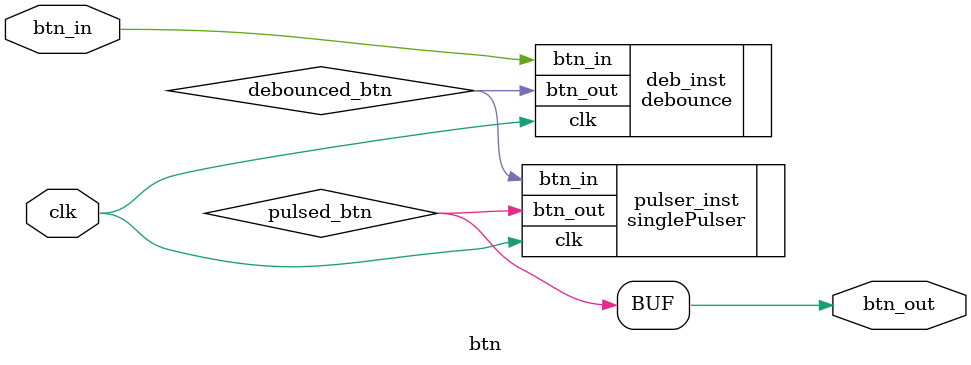
<source format=v>
`timescale 1ns / 1ps


module btn(
    input clk,
    input btn_in,
    output btn_out
    );
    
    wire debounced_btn;
    wire pulsed_btn;

    debounce deb_inst (
        .clk(clk),
        .btn_in(btn_in),
        .btn_out(debounced_btn)
    );

    singlePulser pulser_inst (
        .clk(clk),
        .btn_in(debounced_btn),
        .btn_out(pulsed_btn)
    );

    assign btn_out = pulsed_btn;
    
endmodule

</source>
